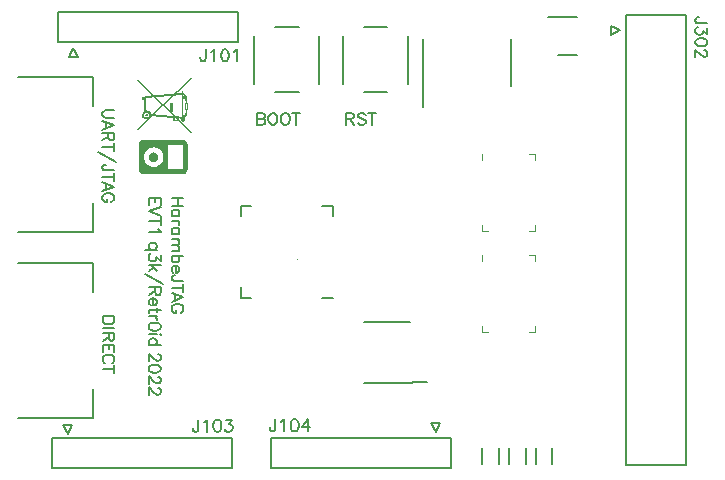
<source format=gto>
%FSLAX46Y46*%
%MOMM*%
%ADD13C,0.000000*%
%ADD14C,0.100000*%
%ADD12C,0.125000*%
%ADD10C,0.150000*%
%ADD11C,0.200000*%
G01*
%LPD*%
G36*
X-55043062Y10415345D02*
X-54977592Y10459488D01*
X-54991104Y10240989D01*
X-55123247Y10217857D01*
X-55273934Y10248298D01*
X-55397060Y10331300D01*
X-55480061Y10454393D01*
X-55510502Y10605112D01*
X-55329184Y10605112D01*
X-55312983Y10524959D01*
X-55268871Y10459488D01*
X-55203401Y10415345D01*
X-55123247Y10399175D01*
X-55043062Y10415345D01*
D02*
G37*
%LPD*%
G36*
X-52397592Y10312155D02*
X-52397624Y10434933D01*
X-52397624Y10488790D01*
X-52849115Y10488790D01*
X-52849115Y10475436D01*
X-52849115Y10352659D01*
X-52748646Y10343641D01*
X-52498092Y10321174D01*
X-52498092Y10143115D01*
X-52397592Y10042647D01*
X-52397592Y10312155D01*
D02*
G37*
%LPD*%
G36*
X-51214152Y13726376D02*
X-53620808Y11436295D01*
X-51183046Y9033975D01*
X-51357529Y9033975D01*
X-53709568Y11351838D01*
X-55869594Y9296427D01*
X-55953987Y9385187D01*
X-53796873Y11437846D01*
X-55970790Y13580214D01*
X-55886397Y13668943D01*
X-53708081Y11522303D01*
X-51391831Y13726376D01*
X-51214152Y13726376D01*
D02*
G37*
%LPD*%
G36*
X-51716146Y11975281D02*
X-51666055Y11608911D01*
X-51726146Y11508443D01*
X-51804369Y11508443D01*
X-51904837Y11608911D01*
X-51788579Y11608911D01*
X-51841677Y11975281D01*
X-51916640Y12204507D01*
X-51973631Y12290040D01*
X-52047297Y12346113D01*
X-52170106Y12445252D01*
X-52170106Y12627836D01*
X-52047297Y12627836D01*
X-52047297Y12473162D01*
X-51960688Y12437500D01*
X-51887212Y12374623D01*
X-51781396Y12204507D01*
X-51692034Y12204507D01*
X-51692034Y11975281D01*
X-51716146Y11975281D01*
D02*
G37*
%LPD*%
G36*
X-55315609Y11890666D02*
X-55192832Y12066415D01*
X-55192832Y10986165D01*
X-55123247Y10992398D01*
X-54981262Y10965565D01*
X-54862884Y10891835D01*
X-54778363Y10781525D01*
X-54737955Y10644856D01*
X-54744758Y10522680D01*
X-54793742Y10401549D01*
X-54878579Y10304909D01*
X-54991104Y10240989D01*
X-54977592Y10459488D01*
X-54933449Y10524959D01*
X-54917247Y10605112D01*
X-54933449Y10685297D01*
X-54977592Y10750768D01*
X-55043062Y10794911D01*
X-55123247Y10811081D01*
X-55203401Y10794911D01*
X-55268871Y10750768D01*
X-55312983Y10685297D01*
X-55329184Y10605112D01*
X-55510502Y10605112D01*
X-55496421Y10708935D01*
X-55456739Y10802094D01*
X-55395193Y10880823D01*
X-55315609Y10941294D01*
X-55315609Y11890666D01*
D02*
G37*
%LPD*%
G36*
X-51625677Y11608911D02*
X-51666055Y11608911D01*
X-51726146Y11508443D01*
X-51726146Y11074893D01*
X-51681212Y10974425D01*
X-51625677Y10974425D01*
X-51625677Y11608911D01*
D02*
G37*
%LPD*%
G36*
X-51841677Y11975281D02*
X-51916640Y12204507D01*
X-52047297Y12204507D01*
X-52047297Y12346113D01*
X-52170106Y12445252D01*
X-52170106Y12322095D01*
X-52170106Y10414491D01*
X-52397624Y10434933D01*
X-52397592Y10312155D01*
X-52180232Y10292631D01*
X-52199851Y10211117D01*
X-52185770Y10141375D01*
X-52147386Y10084448D01*
X-52090459Y10046064D01*
X-52020748Y10031983D01*
X-51951037Y10046064D01*
X-51894110Y10084448D01*
X-51855727Y10141375D01*
X-51841645Y10211117D01*
X-51861676Y10293486D01*
X-51915153Y10355760D01*
X-51812406Y10478031D01*
X-51742632Y10622579D01*
X-51698616Y10795227D01*
X-51681212Y10974425D01*
X-51726146Y11074893D01*
X-51804369Y11074893D01*
X-51804053Y10974425D01*
X-51819558Y10814719D01*
X-51857752Y10663843D01*
X-51931798Y10520022D01*
X-52047297Y10407909D01*
X-52047297Y11975281D01*
X-51841677Y11975281D01*
D02*
G37*
%LPD*%
G36*
X-55216944Y10511415D02*
X-55255771Y10605112D01*
X-55216944Y10698841D01*
X-55123247Y10737667D01*
X-55029519Y10698841D01*
X-54990692Y10605112D01*
X-55029519Y10511415D01*
X-55123247Y10472589D01*
X-55216944Y10511415D01*
D02*
G37*
%LPD*%
G36*
X-55770114Y5996947D02*
X-55357594Y7028636D01*
X-55341218Y7190057D01*
X-55294430Y7344459D01*
X-55218788Y7486385D01*
X-55115853Y7611934D01*
X-54989524Y7715649D01*
X-54847598Y7791291D01*
X-54693976Y7838079D01*
X-54531775Y7853675D01*
X-54370354Y7838079D01*
X-54215952Y7791291D01*
X-54074026Y7715649D01*
X-53948477Y7611934D01*
X-53845542Y7486385D01*
X-53769900Y7344459D01*
X-53723112Y7190057D01*
X-53706736Y7028636D01*
X-53294216Y8060325D01*
X-52055877Y8060325D01*
X-52055877Y5996947D01*
X-51643357Y5996947D01*
X-51643357Y8060325D01*
X-51674550Y8217847D01*
X-51764228Y8351974D01*
X-51898355Y8441653D01*
X-52055877Y8472845D01*
X-55357594Y8472845D01*
X-55515116Y8441653D01*
X-55649243Y8351974D01*
X-55738922Y8217847D01*
X-55770114Y8060325D01*
X-55770114Y5996947D01*
D02*
G37*
%LPD*%
G36*
X-54150448Y7186938D02*
X-54240126Y7320285D01*
X-54374253Y7409963D01*
X-54531775Y7441156D01*
X-54690077Y7409963D01*
X-54823424Y7320285D01*
X-54913102Y7186938D01*
X-54944295Y7028636D01*
X-54913102Y6870335D01*
X-54823424Y6736987D01*
X-54690077Y6647309D01*
X-54531775Y6616116D01*
X-54374253Y6647309D01*
X-54240126Y6736987D01*
X-54150448Y6870335D01*
X-54119255Y7028636D01*
X-54150448Y7186938D01*
D02*
G37*
%LPD*%
G36*
X-54737955Y10644856D02*
X-52849115Y10475436D01*
X-52849115Y10352659D01*
X-54744758Y10522680D01*
X-54737955Y10644856D01*
D02*
G37*
%LPD*%
G36*
X-52170106Y12322095D02*
X-52170106Y12445252D01*
X-55257669Y12184097D01*
X-55294376Y12168402D01*
X-55314185Y12134480D01*
X-55504268Y12134480D01*
X-55504268Y11890666D01*
X-55315609Y11890666D01*
X-55192832Y12066415D01*
X-52170106Y12322095D01*
D02*
G37*
%LPD*%
G36*
X-51804369Y11508443D02*
X-51904837Y11608911D01*
X-51904837Y10974425D01*
X-51804053Y10974425D01*
X-51804369Y11074893D01*
X-51804369Y11508443D01*
D02*
G37*
%LPD*%
G36*
X-52849115Y10352659D02*
X-52748646Y10343641D01*
X-52748646Y10143115D01*
X-52498092Y10143115D01*
X-52397592Y10042647D01*
X-52849115Y10042647D01*
X-52849115Y10352659D01*
D02*
G37*
%LPD*%
G36*
X-55770114Y5996947D02*
X-55357594Y7028636D01*
X-55341218Y6867215D01*
X-55294430Y6712813D01*
X-55218788Y6570887D01*
X-55115853Y6445338D01*
X-54989524Y6341623D01*
X-54847598Y6265981D01*
X-54693976Y6219193D01*
X-54531775Y6203597D01*
X-54370354Y6219193D01*
X-54215952Y6265981D01*
X-54074026Y6341623D01*
X-53948477Y6445338D01*
X-53845542Y6570887D01*
X-53769900Y6712813D01*
X-53723112Y6867215D01*
X-53706736Y7028636D01*
X-53294216Y8060325D01*
X-53294216Y5996947D01*
X-52055877Y5996947D01*
X-51643357Y5996947D01*
X-51674550Y5839425D01*
X-51764228Y5705298D01*
X-51898355Y5615620D01*
X-52055877Y5584427D01*
X-55357594Y5584427D01*
X-55515116Y5615620D01*
X-55649243Y5705298D01*
X-55738922Y5839425D01*
X-55770114Y5996947D01*
D02*
G37*
%LPD*%
G36*
X-52859779Y10811081D02*
X-52859779Y11631378D01*
X-53117706Y11631378D01*
X-53117706Y10811081D01*
X-52859779Y10811081D01*
D02*
G37*
G01*
%LPD*%
D10*
X-8430095Y18372572D02*
X-7668190Y18372572D01*
D10*
X-8572952Y18420190D02*
X-8430095Y18372572D01*
D10*
X-8620571Y18467810D02*
X-8572952Y18420190D01*
D10*
X-8668190Y18563048D02*
X-8620571Y18467810D01*
D10*
X-8668190Y18658286D02*
X-8668190Y18563048D01*
D10*
X-8620571Y18753524D02*
X-8668190Y18658286D01*
D10*
X-8572952Y18801142D02*
X-8620571Y18753524D01*
D10*
X-8430095Y18848762D02*
X-8572952Y18801142D01*
D10*
X-8334857Y18848762D02*
X-8430095Y18848762D01*
D10*
X-7668190Y17420190D02*
X-7668190Y17944000D01*
D10*
X-8049143Y17705904D02*
X-7668190Y17420190D01*
D10*
X-8049143Y17563048D02*
X-8049143Y17705904D01*
D10*
X-8096762Y17467810D02*
X-8049143Y17563048D01*
D10*
X-8144381Y17420190D02*
X-8096762Y17467810D01*
D10*
X-8287238Y17372572D02*
X-8144381Y17420190D01*
D10*
X-8382476Y17372572D02*
X-8287238Y17372572D01*
D10*
X-8525333Y17420190D02*
X-8382476Y17372572D01*
D10*
X-8620571Y17515428D02*
X-8525333Y17420190D01*
D10*
X-8668190Y17658286D02*
X-8620571Y17515428D01*
D10*
X-8668190Y17801142D02*
X-8668190Y17658286D01*
D10*
X-8620571Y17944000D02*
X-8668190Y17801142D01*
D10*
X-8572952Y17991620D02*
X-8620571Y17944000D01*
D10*
X-8477714Y18039238D02*
X-8572952Y17991620D01*
D10*
X-7715809Y16944000D02*
X-7668190Y16801144D01*
D10*
X-7858666Y17039238D02*
X-7715809Y16944000D01*
D10*
X-8096762Y17086858D02*
X-7858666Y17039238D01*
D10*
X-8239619Y17086858D02*
X-8096762Y17086858D01*
D10*
X-8477714Y17039238D02*
X-8239619Y17086858D01*
D10*
X-8620571Y16944000D02*
X-8477714Y17039238D01*
D10*
X-8668190Y16801144D02*
X-8620571Y16944000D01*
D10*
X-8668190Y16705905D02*
X-8668190Y16801144D01*
D10*
X-8620571Y16563048D02*
X-8668190Y16705905D01*
D10*
X-8477714Y16467810D02*
X-8620571Y16563048D01*
D10*
X-8239619Y16420190D02*
X-8477714Y16467810D01*
D10*
X-8096762Y16420190D02*
X-8239619Y16420190D01*
D10*
X-7858666Y16467810D02*
X-8096762Y16420190D01*
D10*
X-7715809Y16563048D02*
X-7858666Y16467810D01*
D10*
X-7668190Y16705905D02*
X-7715809Y16563048D01*
D10*
X-7668190Y16801144D02*
X-7668190Y16705905D01*
D10*
X-7858666Y16086857D02*
X-7906285Y16086857D01*
D10*
X-7763428Y16039238D02*
X-7858666Y16086857D01*
D10*
X-7715809Y15991619D02*
X-7763428Y16039238D01*
D10*
X-7668190Y15896381D02*
X-7715809Y15991619D01*
D10*
X-7668190Y15705905D02*
X-7668190Y15896381D01*
D10*
X-7715809Y15610667D02*
X-7668190Y15705905D01*
D10*
X-7763428Y15563048D02*
X-7715809Y15610667D01*
D10*
X-7858666Y15515428D02*
X-7763428Y15563048D01*
D10*
X-7953905Y15515428D02*
X-7858666Y15515428D01*
D10*
X-8049143Y15563048D02*
X-7953905Y15515428D01*
D10*
X-8192000Y15658286D02*
X-8049143Y15563048D01*
D10*
X-8668190Y16134476D02*
X-8192000Y15658286D01*
D10*
X-8668190Y15467810D02*
X-8668190Y16134476D01*
D10*
X-45761524Y9763810D02*
X-45761524Y10763810D01*
D10*
X-45332952Y10763810D02*
X-45761524Y10763810D01*
D10*
X-45190096Y10716190D02*
X-45332952Y10763810D01*
D10*
X-45142476Y10668571D02*
X-45190096Y10716190D01*
D10*
X-45094856Y10573333D02*
X-45142476Y10668571D01*
D10*
X-45094856Y10478095D02*
X-45094856Y10573333D01*
D10*
X-45142476Y10382857D02*
X-45094856Y10478095D01*
D10*
X-45190096Y10335238D02*
X-45142476Y10382857D01*
D10*
X-45332952Y10287619D02*
X-45190096Y10335238D01*
D10*
X-45332952Y10287619D02*
X-45761524Y10287619D01*
D10*
X-45190096Y10240000D02*
X-45332952Y10287619D01*
D10*
X-45142476Y10192381D02*
X-45190096Y10240000D01*
D10*
X-45094856Y10097143D02*
X-45142476Y10192381D01*
D10*
X-45094856Y9954286D02*
X-45094856Y10097143D01*
D10*
X-45142476Y9859048D02*
X-45094856Y9954286D01*
D10*
X-45190096Y9811429D02*
X-45142476Y9859048D01*
D10*
X-45332952Y9763810D02*
X-45190096Y9811429D01*
D10*
X-45761524Y9763810D02*
X-45332952Y9763810D01*
D10*
X-44618668Y10716190D02*
X-44523428Y10763810D01*
D10*
X-44713904Y10620952D02*
X-44618668Y10716190D01*
D10*
X-44761524Y10525714D02*
X-44713904Y10620952D01*
D10*
X-44809144Y10382857D02*
X-44761524Y10525714D01*
D10*
X-44809144Y10144762D02*
X-44809144Y10382857D01*
D10*
X-44761524Y10001905D02*
X-44809144Y10144762D01*
D10*
X-44713904Y9906667D02*
X-44761524Y10001905D01*
D10*
X-44618668Y9811429D02*
X-44713904Y9906667D01*
D10*
X-44523428Y9763810D02*
X-44618668Y9811429D01*
D10*
X-44332952Y9763810D02*
X-44523428Y9763810D01*
D10*
X-44237716Y9811429D02*
X-44332952Y9763810D01*
D10*
X-44142476Y9906667D02*
X-44237716Y9811429D01*
D10*
X-44094856Y10001905D02*
X-44142476Y9906667D01*
D10*
X-44047240Y10144762D02*
X-44094856Y10001905D01*
D10*
X-44047240Y10382857D02*
X-44047240Y10144762D01*
D10*
X-44094856Y10525714D02*
X-44047240Y10382857D01*
D10*
X-44142476Y10620952D02*
X-44094856Y10525714D01*
D10*
X-44237716Y10716190D02*
X-44142476Y10620952D01*
D10*
X-44332952Y10763810D02*
X-44237716Y10716190D01*
D10*
X-44523428Y10763810D02*
X-44332952Y10763810D01*
D10*
X-43571048Y10716190D02*
X-43475808Y10763810D01*
D10*
X-43666284Y10620952D02*
X-43571048Y10716190D01*
D10*
X-43713904Y10525714D02*
X-43666284Y10620952D01*
D10*
X-43761524Y10382857D02*
X-43713904Y10525714D01*
D10*
X-43761524Y10144762D02*
X-43761524Y10382857D01*
D10*
X-43713904Y10001905D02*
X-43761524Y10144762D01*
D10*
X-43666284Y9906667D02*
X-43713904Y10001905D01*
D10*
X-43571048Y9811429D02*
X-43666284Y9906667D01*
D10*
X-43475808Y9763810D02*
X-43571048Y9811429D01*
D10*
X-43285332Y9763810D02*
X-43475808Y9763810D01*
D10*
X-43190096Y9811429D02*
X-43285332Y9763810D01*
D10*
X-43094856Y9906667D02*
X-43190096Y9811429D01*
D10*
X-43047240Y10001905D02*
X-43094856Y9906667D01*
D10*
X-42999620Y10144762D02*
X-43047240Y10001905D01*
D10*
X-42999620Y10382857D02*
X-42999620Y10144762D01*
D10*
X-43047240Y10525714D02*
X-42999620Y10382857D01*
D10*
X-43094856Y10620952D02*
X-43047240Y10525714D01*
D10*
X-43190096Y10716190D02*
X-43094856Y10620952D01*
D10*
X-43285332Y10763810D02*
X-43190096Y10716190D01*
D10*
X-43475808Y10763810D02*
X-43285332Y10763810D01*
D10*
X-42475808Y9763810D02*
X-42475808Y10763810D01*
D10*
X-42142476Y10763810D02*
X-42809144Y10763810D01*
D10*
X-50116572Y15377905D02*
X-50116572Y16139810D01*
D10*
X-50164192Y15235048D02*
X-50116572Y15377905D01*
D10*
X-50211808Y15187429D02*
X-50164192Y15235048D01*
D10*
X-50307048Y15139810D02*
X-50211808Y15187429D01*
D10*
X-50402284Y15139810D02*
X-50307048Y15139810D01*
D10*
X-50497524Y15187429D02*
X-50402284Y15139810D01*
D10*
X-50545144Y15235048D02*
X-50497524Y15187429D01*
D10*
X-50592760Y15377905D02*
X-50545144Y15235048D01*
D10*
X-50592760Y15473143D02*
X-50592760Y15377905D01*
D10*
X-49545144Y15996952D02*
X-49640380Y15949333D01*
D10*
X-49402284Y16139810D02*
X-49545144Y15996952D01*
D10*
X-49402284Y15139810D02*
X-49402284Y16139810D01*
D10*
X-48688000Y16092190D02*
X-48545144Y16139810D01*
D10*
X-48783240Y15949333D02*
X-48688000Y16092190D01*
D10*
X-48830856Y15711238D02*
X-48783240Y15949333D01*
D10*
X-48830856Y15568381D02*
X-48830856Y15711238D01*
D10*
X-48783240Y15330286D02*
X-48830856Y15568381D01*
D10*
X-48688000Y15187429D02*
X-48783240Y15330286D01*
D10*
X-48545144Y15139810D02*
X-48688000Y15187429D01*
D10*
X-48449904Y15139810D02*
X-48545144Y15139810D01*
D10*
X-48307048Y15187429D02*
X-48449904Y15139810D01*
D10*
X-48211808Y15330286D02*
X-48307048Y15187429D01*
D10*
X-48164192Y15568381D02*
X-48211808Y15330286D01*
D10*
X-48164192Y15711238D02*
X-48164192Y15568381D01*
D10*
X-48211808Y15949333D02*
X-48164192Y15711238D01*
D10*
X-48307048Y16092190D02*
X-48211808Y15949333D01*
D10*
X-48449904Y16139810D02*
X-48307048Y16092190D01*
D10*
X-48545144Y16139810D02*
X-48449904Y16139810D01*
D10*
X-47640380Y15996952D02*
X-47735620Y15949333D01*
D10*
X-47497524Y16139810D02*
X-47640380Y15996952D01*
D10*
X-47497524Y15139810D02*
X-47497524Y16139810D01*
D10*
X-38209524Y9763810D02*
X-38209524Y10763810D01*
D10*
X-37780952Y10763810D02*
X-38209524Y10763810D01*
D10*
X-37638096Y10716190D02*
X-37780952Y10763810D01*
D10*
X-37590476Y10668571D02*
X-37638096Y10716190D01*
D10*
X-37542856Y10573333D02*
X-37590476Y10668571D01*
D10*
X-37542856Y10478095D02*
X-37542856Y10573333D01*
D10*
X-37590476Y10382857D02*
X-37542856Y10478095D01*
D10*
X-37638096Y10335238D02*
X-37590476Y10382857D01*
D10*
X-37780952Y10287619D02*
X-37638096Y10335238D01*
D10*
X-38209524Y10287619D02*
X-37780952Y10287619D01*
D10*
X-37542856Y9763810D02*
X-37876192Y10287619D01*
D10*
X-36685716Y10716190D02*
X-36590476Y10620952D01*
D10*
X-36828572Y10763810D02*
X-36685716Y10716190D01*
D10*
X-37019048Y10763810D02*
X-36828572Y10763810D01*
D10*
X-37161904Y10716190D02*
X-37019048Y10763810D01*
D10*
X-37257144Y10620952D02*
X-37161904Y10716190D01*
D10*
X-37257144Y10525714D02*
X-37257144Y10620952D01*
D10*
X-37209524Y10430476D02*
X-37257144Y10525714D01*
D10*
X-37161904Y10382857D02*
X-37209524Y10430476D01*
D10*
X-37066668Y10335238D02*
X-37161904Y10382857D01*
D10*
X-36780952Y10240000D02*
X-37066668Y10335238D01*
D10*
X-36685716Y10192381D02*
X-36780952Y10240000D01*
D10*
X-36638096Y10144762D02*
X-36685716Y10192381D01*
D10*
X-36590476Y10049524D02*
X-36638096Y10144762D01*
D10*
X-36590476Y9906667D02*
X-36590476Y10049524D01*
D10*
X-36685716Y9811429D02*
X-36590476Y9906667D01*
D10*
X-36828572Y9763810D02*
X-36685716Y9811429D01*
D10*
X-37019048Y9763810D02*
X-36828572Y9763810D01*
D10*
X-37161904Y9811429D02*
X-37019048Y9763810D01*
D10*
X-37257144Y9906667D02*
X-37161904Y9811429D01*
D10*
X-36066668Y9763810D02*
X-36066668Y10763810D01*
D10*
X-35733332Y10763810D02*
X-36400000Y10763810D01*
D10*
X-58844192Y-6462476D02*
X-57844192Y-6462476D01*
D10*
X-57844192Y-6795809D02*
X-57844192Y-6462476D01*
D10*
X-57891808Y-6938666D02*
X-57844192Y-6795809D01*
D10*
X-57987048Y-7033905D02*
X-57891808Y-6938666D01*
D10*
X-58082284Y-7081524D02*
X-57987048Y-7033905D01*
D10*
X-58225144Y-7129143D02*
X-58082284Y-7081524D01*
D10*
X-58463240Y-7129143D02*
X-58225144Y-7129143D01*
D10*
X-58606096Y-7081524D02*
X-58463240Y-7129143D01*
D10*
X-58701332Y-7033905D02*
X-58606096Y-7081524D01*
D10*
X-58796572Y-6938666D02*
X-58701332Y-7033905D01*
D10*
X-58844192Y-6795809D02*
X-58796572Y-6938666D01*
D10*
X-58844192Y-6462476D02*
X-58844192Y-6795809D01*
D10*
X-58844192Y-7462476D02*
X-57844192Y-7462476D01*
D10*
X-58844192Y-7843428D02*
X-57844192Y-7843428D01*
D10*
X-57844192Y-8272000D02*
X-57844192Y-7843428D01*
D10*
X-57891808Y-8414857D02*
X-57844192Y-8272000D01*
D10*
X-57939428Y-8462476D02*
X-57891808Y-8414857D01*
D10*
X-58034668Y-8510095D02*
X-57939428Y-8462476D01*
D10*
X-58129904Y-8510095D02*
X-58034668Y-8510095D01*
D10*
X-58225144Y-8462476D02*
X-58129904Y-8510095D01*
D10*
X-58272760Y-8414857D02*
X-58225144Y-8462476D01*
D10*
X-58320380Y-8272000D02*
X-58272760Y-8414857D01*
D10*
X-58320380Y-7843428D02*
X-58320380Y-8272000D01*
D10*
X-58844192Y-8510095D02*
X-58320380Y-8176762D01*
D10*
X-58844192Y-8843428D02*
X-57844192Y-8843428D01*
D10*
X-57844192Y-9462476D02*
X-57844192Y-8843428D01*
D10*
X-58320380Y-9224381D02*
X-58320380Y-8843428D01*
D10*
X-58844192Y-9462476D02*
X-58844192Y-8843428D01*
D10*
X-57987048Y-10367238D02*
X-58082284Y-10414857D01*
D10*
X-57891808Y-10272000D02*
X-57987048Y-10367238D01*
D10*
X-57844192Y-10176762D02*
X-57891808Y-10272000D01*
D10*
X-57844192Y-9986286D02*
X-57844192Y-10176762D01*
D10*
X-57891808Y-9891048D02*
X-57844192Y-9986286D01*
D10*
X-57987048Y-9795810D02*
X-57891808Y-9891048D01*
D10*
X-58082284Y-9748190D02*
X-57987048Y-9795810D01*
D10*
X-58225144Y-9700572D02*
X-58082284Y-9748190D01*
D10*
X-58463240Y-9700572D02*
X-58225144Y-9700572D01*
D10*
X-58606096Y-9748190D02*
X-58463240Y-9700572D01*
D10*
X-58701332Y-9795810D02*
X-58606096Y-9748190D01*
D10*
X-58796572Y-9891048D02*
X-58701332Y-9795810D01*
D10*
X-58844192Y-9986286D02*
X-58796572Y-9891048D01*
D10*
X-58844192Y-10176762D02*
X-58844192Y-9986286D01*
D10*
X-58796572Y-10272000D02*
X-58844192Y-10176762D01*
D10*
X-58701332Y-10367238D02*
X-58796572Y-10272000D01*
D10*
X-58606096Y-10414857D02*
X-58701332Y-10367238D01*
D10*
X-58844192Y-10938666D02*
X-57844192Y-10938666D01*
D10*
X-57844192Y-11272000D02*
X-57844192Y-10605334D01*
D10*
X-50756572Y-15982095D02*
X-50756572Y-15220190D01*
D10*
X-50804192Y-16124952D02*
X-50756572Y-15982095D01*
D10*
X-50851808Y-16172571D02*
X-50804192Y-16124952D01*
D10*
X-50947048Y-16220190D02*
X-50851808Y-16172571D01*
D10*
X-51042284Y-16220190D02*
X-50947048Y-16220190D01*
D10*
X-51137524Y-16172571D02*
X-51042284Y-16220190D01*
D10*
X-51185144Y-16124952D02*
X-51137524Y-16172571D01*
D10*
X-51232760Y-15982095D02*
X-51185144Y-16124952D01*
D10*
X-51232760Y-15886857D02*
X-51232760Y-15982095D01*
D10*
X-50185144Y-15363048D02*
X-50280380Y-15410667D01*
D10*
X-50042284Y-15220190D02*
X-50185144Y-15363048D01*
D10*
X-50042284Y-16220190D02*
X-50042284Y-15220190D01*
D10*
X-49328000Y-15267810D02*
X-49185144Y-15220190D01*
D10*
X-49423240Y-15410667D02*
X-49328000Y-15267810D01*
D10*
X-49470856Y-15648762D02*
X-49423240Y-15410667D01*
D10*
X-49470856Y-15791619D02*
X-49470856Y-15648762D01*
D10*
X-49423240Y-16029714D02*
X-49470856Y-15791619D01*
D10*
X-49328000Y-16172571D02*
X-49423240Y-16029714D01*
D10*
X-49185144Y-16220190D02*
X-49328000Y-16172571D01*
D10*
X-49089904Y-16220190D02*
X-49185144Y-16220190D01*
D10*
X-48947048Y-16172571D02*
X-49089904Y-16220190D01*
D10*
X-48851808Y-16029714D02*
X-48947048Y-16172571D01*
D10*
X-48804192Y-15791619D02*
X-48851808Y-16029714D01*
D10*
X-48804192Y-15648762D02*
X-48804192Y-15791619D01*
D10*
X-48851808Y-15410667D02*
X-48804192Y-15648762D01*
D10*
X-48947048Y-15267810D02*
X-48851808Y-15410667D01*
D10*
X-49089904Y-15220190D02*
X-48947048Y-15267810D01*
D10*
X-49185144Y-15220190D02*
X-49089904Y-15220190D01*
D10*
X-47899428Y-15220190D02*
X-48423240Y-15220190D01*
D10*
X-48185144Y-15601143D02*
X-47899428Y-15220190D01*
D10*
X-48042284Y-15601143D02*
X-48185144Y-15601143D01*
D10*
X-47947048Y-15648762D02*
X-48042284Y-15601143D01*
D10*
X-47899428Y-15696381D02*
X-47947048Y-15648762D01*
D10*
X-47851808Y-15839238D02*
X-47899428Y-15696381D01*
D10*
X-47851808Y-15934476D02*
X-47851808Y-15839238D01*
D10*
X-47899428Y-16077333D02*
X-47851808Y-15934476D01*
D10*
X-47994668Y-16172571D02*
X-47899428Y-16077333D01*
D10*
X-48137524Y-16220190D02*
X-47994668Y-16172571D01*
D10*
X-48280380Y-16220190D02*
X-48137524Y-16220190D01*
D10*
X-48423240Y-16172571D02*
X-48280380Y-16220190D01*
D10*
X-48470856Y-16124952D02*
X-48423240Y-16172571D01*
D10*
X-48518476Y-16029714D02*
X-48470856Y-16124952D01*
D10*
X-58590476Y11007524D02*
X-57876192Y11007524D01*
D10*
X-58733332Y10959905D02*
X-58590476Y11007524D01*
D10*
X-58828572Y10864667D02*
X-58733332Y10959905D01*
D10*
X-58876192Y10721810D02*
X-58828572Y10864667D01*
D10*
X-58876192Y10626571D02*
X-58876192Y10721810D01*
D10*
X-58828572Y10483714D02*
X-58876192Y10626571D01*
D10*
X-58733332Y10388476D02*
X-58828572Y10483714D01*
D10*
X-58590476Y10340857D02*
X-58733332Y10388476D01*
D10*
X-57876192Y10340857D02*
X-58590476Y10340857D01*
D10*
X-58876192Y10102762D02*
X-57876192Y9721810D01*
D10*
X-58876192Y9340857D02*
X-57876192Y9721810D01*
D10*
X-58542856Y9483714D02*
X-58542856Y9959905D01*
D10*
X-58876192Y9102762D02*
X-57876192Y9102762D01*
D10*
X-57876192Y8674190D02*
X-57876192Y9102762D01*
D10*
X-57923808Y8531334D02*
X-57876192Y8674190D01*
D10*
X-57971428Y8483714D02*
X-57923808Y8531334D01*
D10*
X-58066668Y8436095D02*
X-57971428Y8483714D01*
D10*
X-58161904Y8436095D02*
X-58066668Y8436095D01*
D10*
X-58257144Y8483714D02*
X-58161904Y8436095D01*
D10*
X-58304760Y8531334D02*
X-58257144Y8483714D01*
D10*
X-58352380Y8674190D02*
X-58304760Y8531334D01*
D10*
X-58352380Y9102762D02*
X-58352380Y8674190D01*
D10*
X-58876192Y8436095D02*
X-58352380Y8769428D01*
D10*
X-58876192Y7912286D02*
X-57876192Y7912286D01*
D10*
X-57876192Y7578952D02*
X-57876192Y8245619D01*
D10*
X-59209524Y7436095D02*
X-57685716Y6578952D01*
D10*
X-58638096Y5912286D02*
X-57876192Y5912286D01*
D10*
X-58780952Y5959905D02*
X-58638096Y5912286D01*
D10*
X-58828572Y6007524D02*
X-58780952Y5959905D01*
D10*
X-58876192Y6102762D02*
X-58828572Y6007524D01*
D10*
X-58876192Y6198000D02*
X-58876192Y6102762D01*
D10*
X-58828572Y6293238D02*
X-58876192Y6198000D01*
D10*
X-58780952Y6340857D02*
X-58828572Y6293238D01*
D10*
X-58638096Y6388476D02*
X-58780952Y6340857D01*
D10*
X-58542856Y6388476D02*
X-58638096Y6388476D01*
D10*
X-58876192Y5340857D02*
X-57876192Y5340857D01*
D10*
X-57876192Y5007524D02*
X-57876192Y5674190D01*
D10*
X-58876192Y4912286D02*
X-57876192Y4531333D01*
D10*
X-58876192Y4150381D02*
X-57876192Y4531333D01*
D10*
X-58542856Y4293238D02*
X-58542856Y4769428D01*
D10*
X-58019048Y3293238D02*
X-58114284Y3245619D01*
D10*
X-57923808Y3388476D02*
X-58019048Y3293238D01*
D10*
X-57876192Y3483714D02*
X-57923808Y3388476D01*
D10*
X-57876192Y3674190D02*
X-57876192Y3483714D01*
D10*
X-57923808Y3769428D02*
X-57876192Y3674190D01*
D10*
X-58019048Y3864667D02*
X-57923808Y3769428D01*
D10*
X-58114284Y3912286D02*
X-58019048Y3864667D01*
D10*
X-58257144Y3959905D02*
X-58114284Y3912286D01*
D10*
X-58495240Y3959905D02*
X-58257144Y3959905D01*
D10*
X-58638096Y3912286D02*
X-58495240Y3959905D01*
D10*
X-58733332Y3864667D02*
X-58638096Y3912286D01*
D10*
X-58828572Y3769428D02*
X-58733332Y3864667D01*
D10*
X-58876192Y3674190D02*
X-58828572Y3769428D01*
D10*
X-58876192Y3483714D02*
X-58876192Y3674190D01*
D10*
X-58828572Y3388476D02*
X-58876192Y3483714D01*
D10*
X-58733332Y3293238D02*
X-58828572Y3388476D01*
D10*
X-58638096Y3245619D02*
X-58733332Y3293238D01*
D10*
X-58495240Y3245619D02*
X-58638096Y3245619D01*
D10*
X-58495240Y3245619D02*
X-58495240Y3483714D01*
D10*
X-44213620Y-15944095D02*
X-44213620Y-15182190D01*
D10*
X-44261240Y-16086952D02*
X-44213620Y-15944095D01*
D10*
X-44308856Y-16134571D02*
X-44261240Y-16086952D01*
D10*
X-44404096Y-16182190D02*
X-44308856Y-16134571D01*
D10*
X-44499332Y-16182190D02*
X-44404096Y-16182190D01*
D10*
X-44594572Y-16134571D02*
X-44499332Y-16182190D01*
D10*
X-44642192Y-16086952D02*
X-44594572Y-16134571D01*
D10*
X-44689808Y-15944095D02*
X-44642192Y-16086952D01*
D10*
X-44689808Y-15848857D02*
X-44689808Y-15944095D01*
D10*
X-43642192Y-15325048D02*
X-43737428Y-15372667D01*
D10*
X-43499332Y-15182190D02*
X-43642192Y-15325048D01*
D10*
X-43499332Y-16182190D02*
X-43499332Y-15182190D01*
D10*
X-42785048Y-15229810D02*
X-42642192Y-15182190D01*
D10*
X-42880284Y-15372667D02*
X-42785048Y-15229810D01*
D10*
X-42927904Y-15610762D02*
X-42880284Y-15372667D01*
D10*
X-42927904Y-15753619D02*
X-42927904Y-15610762D01*
D10*
X-42880284Y-15991714D02*
X-42927904Y-15753619D01*
D10*
X-42785048Y-16134571D02*
X-42880284Y-15991714D01*
D10*
X-42642192Y-16182190D02*
X-42785048Y-16134571D01*
D10*
X-42546952Y-16182190D02*
X-42642192Y-16182190D01*
D10*
X-42404096Y-16134571D02*
X-42546952Y-16182190D01*
D10*
X-42308856Y-15991714D02*
X-42404096Y-16134571D01*
D10*
X-42261240Y-15753619D02*
X-42308856Y-15991714D01*
D10*
X-42261240Y-15610762D02*
X-42261240Y-15753619D01*
D10*
X-42308856Y-15372667D02*
X-42261240Y-15610762D01*
D10*
X-42404096Y-15229810D02*
X-42308856Y-15372667D01*
D10*
X-42546952Y-15182190D02*
X-42404096Y-15229810D01*
D10*
X-42642192Y-15182190D02*
X-42546952Y-15182190D01*
D10*
X-41975524Y-15848857D02*
X-41499332Y-15182190D01*
D10*
X-41261240Y-15848857D02*
X-41975524Y-15848857D01*
D10*
X-41499332Y-16182190D02*
X-41499332Y-15182190D01*
D11*
X-53016376Y3580677D02*
X-52016376Y3580677D01*
D11*
X-53016376Y2914011D02*
X-52016376Y2914011D01*
D11*
X-52492564Y2914011D02*
X-52492564Y3580677D01*
D11*
X-53016376Y2009249D02*
X-52349708Y2009249D01*
D11*
X-52397328Y2104487D02*
X-52492564Y2009249D01*
D11*
X-52349708Y2199725D02*
X-52397328Y2104487D01*
D11*
X-52349708Y2342582D02*
X-52349708Y2199725D01*
D11*
X-52397328Y2437820D02*
X-52349708Y2342582D01*
D11*
X-52492564Y2533058D02*
X-52397328Y2437820D01*
D11*
X-52635424Y2580678D02*
X-52492564Y2533058D01*
D11*
X-52730660Y2580678D02*
X-52635424Y2580678D01*
D11*
X-52873516Y2533058D02*
X-52730660Y2580678D01*
D11*
X-52968756Y2437820D02*
X-52873516Y2533058D01*
D11*
X-53016376Y2342582D02*
X-52968756Y2437820D01*
D11*
X-53016376Y2199725D02*
X-53016376Y2342582D01*
D11*
X-52968756Y2104487D02*
X-53016376Y2199725D01*
D11*
X-52873516Y2009249D02*
X-52968756Y2104487D01*
D11*
X-53016376Y1628297D02*
X-52349708Y1628297D01*
D11*
X-52492564Y1580677D02*
X-52635424Y1628297D01*
D11*
X-52397328Y1485439D02*
X-52492564Y1580677D01*
D11*
X-52349708Y1390201D02*
X-52397328Y1485439D01*
D11*
X-52349708Y1247344D02*
X-52349708Y1390201D01*
D11*
X-53016376Y485439D02*
X-52349708Y485439D01*
D11*
X-52397328Y580677D02*
X-52492564Y485439D01*
D11*
X-52349708Y675916D02*
X-52397328Y580677D01*
D11*
X-52349708Y818773D02*
X-52349708Y675916D01*
D11*
X-52397328Y914011D02*
X-52349708Y818773D01*
D11*
X-52492564Y1009249D02*
X-52397328Y914011D01*
D11*
X-52635424Y1056868D02*
X-52492564Y1009249D01*
D11*
X-52730660Y1056868D02*
X-52635424Y1056868D01*
D11*
X-52873516Y1009249D02*
X-52730660Y1056868D01*
D11*
X-52968756Y914011D02*
X-52873516Y1009249D01*
D11*
X-53016376Y818773D02*
X-52968756Y914011D01*
D11*
X-53016376Y675916D02*
X-53016376Y818773D01*
D11*
X-52968756Y580677D02*
X-53016376Y675916D01*
D11*
X-52873516Y485439D02*
X-52968756Y580677D01*
D11*
X-53016376Y104487D02*
X-52349708Y104487D01*
D11*
X-52397328Y-38369D02*
X-52540184Y104487D01*
D11*
X-52349708Y-133607D02*
X-52397328Y-38369D01*
D11*
X-52349708Y-276465D02*
X-52349708Y-133607D01*
D11*
X-52397328Y-371703D02*
X-52349708Y-276465D01*
D11*
X-52540184Y-419322D02*
X-52397328Y-371703D01*
D11*
X-53016376Y-419322D02*
X-52540184Y-419322D01*
D11*
X-52397328Y-562179D02*
X-52540184Y-419322D01*
D11*
X-52349708Y-657417D02*
X-52397328Y-562179D01*
D11*
X-52349708Y-800274D02*
X-52349708Y-657417D01*
D11*
X-52397328Y-895512D02*
X-52349708Y-800274D01*
D11*
X-52540184Y-943131D02*
X-52397328Y-895512D01*
D11*
X-53016376Y-943131D02*
X-52540184Y-943131D01*
D11*
X-53016376Y-1324084D02*
X-52016376Y-1324084D01*
D11*
X-52397328Y-1419322D02*
X-52492564Y-1324084D01*
D11*
X-52349708Y-1514560D02*
X-52397328Y-1419322D01*
D11*
X-52349708Y-1657417D02*
X-52349708Y-1514560D01*
D11*
X-52397328Y-1752655D02*
X-52349708Y-1657417D01*
D11*
X-52492564Y-1847893D02*
X-52397328Y-1752655D01*
D11*
X-52635424Y-1895512D02*
X-52492564Y-1847893D01*
D11*
X-52730660Y-1895512D02*
X-52635424Y-1895512D01*
D11*
X-52873516Y-1847893D02*
X-52730660Y-1895512D01*
D11*
X-52968756Y-1752655D02*
X-52873516Y-1847893D01*
D11*
X-53016376Y-1657417D02*
X-52968756Y-1752655D01*
D11*
X-53016376Y-1514560D02*
X-53016376Y-1657417D01*
D11*
X-52968756Y-1419322D02*
X-53016376Y-1514560D01*
D11*
X-52873516Y-1324084D02*
X-52968756Y-1419322D01*
D11*
X-52635424Y-2752655D02*
X-52635424Y-2181227D01*
D11*
X-52540184Y-2752655D02*
X-52635424Y-2752655D01*
D11*
X-52444944Y-2705036D02*
X-52540184Y-2752655D01*
D11*
X-52397328Y-2657417D02*
X-52444944Y-2705036D01*
D11*
X-52349708Y-2562179D02*
X-52397328Y-2657417D01*
D11*
X-52349708Y-2419322D02*
X-52349708Y-2562179D01*
D11*
X-52397328Y-2324084D02*
X-52349708Y-2419322D01*
D11*
X-52492564Y-2228846D02*
X-52397328Y-2324084D01*
D11*
X-52635424Y-2181227D02*
X-52492564Y-2228846D01*
D11*
X-52730660Y-2181227D02*
X-52635424Y-2181227D01*
D11*
X-52873516Y-2228846D02*
X-52730660Y-2181227D01*
D11*
X-52968756Y-2324084D02*
X-52873516Y-2228846D01*
D11*
X-53016376Y-2419322D02*
X-52968756Y-2324084D01*
D11*
X-53016376Y-2562179D02*
X-53016376Y-2419322D01*
D11*
X-52968756Y-2657417D02*
X-53016376Y-2562179D01*
D11*
X-52873516Y-2752655D02*
X-52968756Y-2657417D01*
D11*
X-52778280Y-3466941D02*
X-52016376Y-3466941D01*
D11*
X-52921136Y-3419322D02*
X-52778280Y-3466941D01*
D11*
X-52968756Y-3371703D02*
X-52921136Y-3419322D01*
D11*
X-53016376Y-3276465D02*
X-52968756Y-3371703D01*
D11*
X-53016376Y-3181227D02*
X-53016376Y-3276465D01*
D11*
X-52968756Y-3085989D02*
X-53016376Y-3181227D01*
D11*
X-52921136Y-3038369D02*
X-52968756Y-3085989D01*
D11*
X-52778280Y-2990750D02*
X-52921136Y-3038369D01*
D11*
X-52683040Y-2990750D02*
X-52778280Y-2990750D01*
D11*
X-53016376Y-4038369D02*
X-52016376Y-4038369D01*
D11*
X-52016376Y-4371703D02*
X-52016376Y-3705036D01*
D11*
X-53016376Y-4466941D02*
X-52016376Y-4847893D01*
D11*
X-53016376Y-5228846D02*
X-52016376Y-4847893D01*
D11*
X-52683040Y-5085989D02*
X-52683040Y-4609798D01*
D11*
X-52159232Y-6085989D02*
X-52254468Y-6133608D01*
D11*
X-52063992Y-5990751D02*
X-52159232Y-6085989D01*
D11*
X-52016376Y-5895513D02*
X-52063992Y-5990751D01*
D11*
X-52016376Y-5705036D02*
X-52016376Y-5895513D01*
D11*
X-52063992Y-5609798D02*
X-52016376Y-5705036D01*
D11*
X-52159232Y-5514560D02*
X-52063992Y-5609798D01*
D11*
X-52254468Y-5466941D02*
X-52159232Y-5514560D01*
D11*
X-52397328Y-5419322D02*
X-52254468Y-5466941D01*
D11*
X-52635424Y-5419322D02*
X-52397328Y-5419322D01*
D11*
X-52778280Y-5466941D02*
X-52635424Y-5419322D01*
D11*
X-52873516Y-5514560D02*
X-52778280Y-5466941D01*
D11*
X-52968756Y-5609798D02*
X-52873516Y-5514560D01*
D11*
X-53016376Y-5705036D02*
X-52968756Y-5609798D01*
D11*
X-53016376Y-5895513D02*
X-53016376Y-5705036D01*
D11*
X-52968756Y-5990751D02*
X-53016376Y-5895513D01*
D11*
X-52873516Y-6085989D02*
X-52968756Y-5990751D01*
D11*
X-52778280Y-6133608D02*
X-52873516Y-6085989D01*
D11*
X-52635424Y-6133608D02*
X-52778280Y-6133608D01*
D11*
X-52635424Y-6133608D02*
X-52635424Y-5895513D01*
D11*
X-54936376Y3580677D02*
X-53936376Y3580677D01*
D11*
X-53936376Y2961630D02*
X-53936376Y3580677D01*
D11*
X-54412564Y3199725D02*
X-54412564Y3580677D01*
D11*
X-54936376Y2961630D02*
X-54936376Y3580677D01*
D11*
X-54936376Y2437820D02*
X-53936376Y2818773D01*
D11*
X-54936376Y2437820D02*
X-53936376Y2056868D01*
D11*
X-54936376Y1628297D02*
X-53936376Y1628297D01*
D11*
X-53936376Y1294963D02*
X-53936376Y1961630D01*
D11*
X-54079232Y866392D02*
X-54126852Y961630D01*
D11*
X-53936376Y723535D02*
X-54079232Y866392D01*
D11*
X-54936376Y723535D02*
X-53936376Y723535D01*
D11*
X-55269708Y-800274D02*
X-54269708Y-800274D01*
D11*
X-54317328Y-705036D02*
X-54412564Y-800274D01*
D11*
X-54269708Y-609798D02*
X-54317328Y-705036D01*
D11*
X-54269708Y-466941D02*
X-54269708Y-609798D01*
D11*
X-54317328Y-371703D02*
X-54269708Y-466941D01*
D11*
X-54412564Y-276465D02*
X-54317328Y-371703D01*
D11*
X-54555424Y-228846D02*
X-54412564Y-276465D01*
D11*
X-54650660Y-228846D02*
X-54555424Y-228846D01*
D11*
X-54793516Y-276465D02*
X-54650660Y-228846D01*
D11*
X-54888756Y-371703D02*
X-54793516Y-276465D01*
D11*
X-54936376Y-466941D02*
X-54888756Y-371703D01*
D11*
X-54936376Y-609798D02*
X-54936376Y-466941D01*
D11*
X-54888756Y-705036D02*
X-54936376Y-609798D01*
D11*
X-54793516Y-800274D02*
X-54888756Y-705036D01*
D11*
X-53936376Y-1752655D02*
X-53936376Y-1228846D01*
D11*
X-54317328Y-1466941D02*
X-53936376Y-1752655D01*
D11*
X-54317328Y-1609798D02*
X-54317328Y-1466941D01*
D11*
X-54364944Y-1705036D02*
X-54317328Y-1609798D01*
D11*
X-54412564Y-1752655D02*
X-54364944Y-1705036D01*
D11*
X-54555424Y-1800274D02*
X-54412564Y-1752655D01*
D11*
X-54650660Y-1800274D02*
X-54555424Y-1800274D01*
D11*
X-54793516Y-1752655D02*
X-54650660Y-1800274D01*
D11*
X-54888756Y-1657417D02*
X-54793516Y-1752655D01*
D11*
X-54936376Y-1514560D02*
X-54888756Y-1657417D01*
D11*
X-54936376Y-1371703D02*
X-54936376Y-1514560D01*
D11*
X-54888756Y-1228846D02*
X-54936376Y-1371703D01*
D11*
X-54841136Y-1181227D02*
X-54888756Y-1228846D01*
D11*
X-54745900Y-1133608D02*
X-54841136Y-1181227D01*
D11*
X-54936376Y-2133608D02*
X-53936376Y-2133608D01*
D11*
X-54745900Y-2133608D02*
X-54269708Y-2609798D01*
D11*
X-54936376Y-2657417D02*
X-54555424Y-2324084D01*
D11*
X-55269708Y-2847893D02*
X-53745900Y-3705036D01*
D11*
X-54936376Y-3990750D02*
X-53936376Y-3990750D01*
D11*
X-53936376Y-4419322D02*
X-53936376Y-3990750D01*
D11*
X-53983992Y-4562179D02*
X-53936376Y-4419322D01*
D11*
X-54031612Y-4609798D02*
X-53983992Y-4562179D01*
D11*
X-54126852Y-4657417D02*
X-54031612Y-4609798D01*
D11*
X-54222088Y-4657417D02*
X-54126852Y-4657417D01*
D11*
X-54317328Y-4609798D02*
X-54222088Y-4657417D01*
D11*
X-54364944Y-4562179D02*
X-54317328Y-4609798D01*
D11*
X-54412564Y-4419322D02*
X-54364944Y-4562179D01*
D11*
X-54412564Y-3990750D02*
X-54412564Y-4419322D01*
D11*
X-54936376Y-4657417D02*
X-54412564Y-4324084D01*
D11*
X-54555424Y-5514560D02*
X-54555424Y-4943132D01*
D11*
X-54460184Y-5514560D02*
X-54555424Y-5514560D01*
D11*
X-54364944Y-5466941D02*
X-54460184Y-5514560D01*
D11*
X-54317328Y-5419322D02*
X-54364944Y-5466941D01*
D11*
X-54269708Y-5324084D02*
X-54317328Y-5419322D01*
D11*
X-54269708Y-5181227D02*
X-54269708Y-5324084D01*
D11*
X-54317328Y-5085989D02*
X-54269708Y-5181227D01*
D11*
X-54412564Y-4990751D02*
X-54317328Y-5085989D01*
D11*
X-54555424Y-4943132D02*
X-54412564Y-4990751D01*
D11*
X-54650660Y-4943132D02*
X-54555424Y-4943132D01*
D11*
X-54793516Y-4990751D02*
X-54650660Y-4943132D01*
D11*
X-54888756Y-5085989D02*
X-54793516Y-4990751D01*
D11*
X-54936376Y-5181227D02*
X-54888756Y-5085989D01*
D11*
X-54936376Y-5324084D02*
X-54936376Y-5181227D01*
D11*
X-54888756Y-5419322D02*
X-54936376Y-5324084D01*
D11*
X-54793516Y-5514560D02*
X-54888756Y-5419322D01*
D11*
X-54745900Y-5895513D02*
X-53936376Y-5895513D01*
D11*
X-54888756Y-5943132D02*
X-54745900Y-5895513D01*
D11*
X-54936376Y-6038370D02*
X-54888756Y-5943132D01*
D11*
X-54936376Y-6133608D02*
X-54936376Y-6038370D01*
D11*
X-54269708Y-6085989D02*
X-54269708Y-5752655D01*
D11*
X-54936376Y-6419322D02*
X-54269708Y-6419322D01*
D11*
X-54412564Y-6466941D02*
X-54555424Y-6419322D01*
D11*
X-54317328Y-6562179D02*
X-54412564Y-6466941D01*
D11*
X-54269708Y-6657417D02*
X-54317328Y-6562179D01*
D11*
X-54269708Y-6800274D02*
X-54269708Y-6657417D01*
D11*
X-53983992Y-7133608D02*
X-53936376Y-7276465D01*
D11*
X-54126852Y-7038370D02*
X-53983992Y-7133608D01*
D11*
X-54364944Y-6990751D02*
X-54126852Y-7038370D01*
D11*
X-54507804Y-6990751D02*
X-54364944Y-6990751D01*
D11*
X-54745900Y-7038370D02*
X-54507804Y-6990751D01*
D11*
X-54888756Y-7133608D02*
X-54745900Y-7038370D01*
D11*
X-54936376Y-7276465D02*
X-54888756Y-7133608D01*
D11*
X-54936376Y-7371703D02*
X-54936376Y-7276465D01*
D11*
X-54888756Y-7514560D02*
X-54936376Y-7371703D01*
D11*
X-54745900Y-7609798D02*
X-54888756Y-7514560D01*
D11*
X-54507804Y-7657417D02*
X-54745900Y-7609798D01*
D11*
X-54364944Y-7657417D02*
X-54507804Y-7657417D01*
D11*
X-54126852Y-7609798D02*
X-54364944Y-7657417D01*
D11*
X-53983992Y-7514560D02*
X-54126852Y-7609798D01*
D11*
X-53936376Y-7371703D02*
X-53983992Y-7514560D01*
D11*
X-53936376Y-7276465D02*
X-53936376Y-7371703D01*
D11*
X-53983992Y-7990751D02*
X-53936376Y-7943132D01*
D11*
X-53936376Y-8038370D02*
X-53983992Y-7990751D01*
D11*
X-53888756Y-7990751D02*
X-53936376Y-8038370D01*
D11*
X-53936376Y-7943132D02*
X-53888756Y-7990751D01*
D11*
X-54936376Y-7990751D02*
X-54269708Y-7990751D01*
D11*
X-54936376Y-8895512D02*
X-53936376Y-8895512D01*
D11*
X-54317328Y-8800274D02*
X-54412564Y-8895512D01*
D11*
X-54269708Y-8705036D02*
X-54317328Y-8800274D01*
D11*
X-54269708Y-8562179D02*
X-54269708Y-8705036D01*
D11*
X-54317328Y-8466941D02*
X-54269708Y-8562179D01*
D11*
X-54412564Y-8371703D02*
X-54317328Y-8466941D01*
D11*
X-54555424Y-8324084D02*
X-54412564Y-8371703D01*
D11*
X-54650660Y-8324084D02*
X-54555424Y-8324084D01*
D11*
X-54793516Y-8371703D02*
X-54650660Y-8324084D01*
D11*
X-54888756Y-8466941D02*
X-54793516Y-8371703D01*
D11*
X-54936376Y-8562179D02*
X-54888756Y-8466941D01*
D11*
X-54936376Y-8705036D02*
X-54936376Y-8562179D01*
D11*
X-54888756Y-8800274D02*
X-54936376Y-8705036D01*
D11*
X-54793516Y-8895512D02*
X-54888756Y-8800274D01*
D11*
X-54126852Y-9657417D02*
X-54174468Y-9657417D01*
D11*
X-54031612Y-9705036D02*
X-54126852Y-9657417D01*
D11*
X-53983992Y-9752655D02*
X-54031612Y-9705036D01*
D11*
X-53936376Y-9847893D02*
X-53983992Y-9752655D01*
D11*
X-53936376Y-10038370D02*
X-53936376Y-9847893D01*
D11*
X-53983992Y-10133608D02*
X-53936376Y-10038370D01*
D11*
X-54031612Y-10181227D02*
X-53983992Y-10133608D01*
D11*
X-54126852Y-10228846D02*
X-54031612Y-10181227D01*
D11*
X-54222088Y-10228846D02*
X-54126852Y-10228846D01*
D11*
X-54317328Y-10181227D02*
X-54222088Y-10228846D01*
D11*
X-54460184Y-10085989D02*
X-54317328Y-10181227D01*
D11*
X-54936376Y-9609798D02*
X-54460184Y-10085989D01*
D11*
X-54936376Y-10276465D02*
X-54936376Y-9609798D01*
D11*
X-53983992Y-10705036D02*
X-53936376Y-10847893D01*
D11*
X-54126852Y-10609798D02*
X-53983992Y-10705036D01*
D11*
X-54364944Y-10562179D02*
X-54126852Y-10609798D01*
D11*
X-54507804Y-10562179D02*
X-54364944Y-10562179D01*
D11*
X-54745900Y-10609798D02*
X-54507804Y-10562179D01*
D11*
X-54888756Y-10705036D02*
X-54745900Y-10609798D01*
D11*
X-54936376Y-10847893D02*
X-54888756Y-10705036D01*
D11*
X-54936376Y-10943131D02*
X-54936376Y-10847893D01*
D11*
X-54888756Y-11085989D02*
X-54936376Y-10943131D01*
D11*
X-54745900Y-11181227D02*
X-54888756Y-11085989D01*
D11*
X-54507804Y-11228846D02*
X-54745900Y-11181227D01*
D11*
X-54364944Y-11228846D02*
X-54507804Y-11228846D01*
D11*
X-54126852Y-11181227D02*
X-54364944Y-11228846D01*
D11*
X-53983992Y-11085989D02*
X-54126852Y-11181227D01*
D11*
X-53936376Y-10943131D02*
X-53983992Y-11085989D01*
D11*
X-53936376Y-10847893D02*
X-53936376Y-10943131D01*
D11*
X-54126852Y-11562179D02*
X-54174468Y-11562179D01*
D11*
X-54031612Y-11609798D02*
X-54126852Y-11562179D01*
D11*
X-53983992Y-11657417D02*
X-54031612Y-11609798D01*
D11*
X-53936376Y-11752655D02*
X-53983992Y-11657417D01*
D11*
X-53936376Y-11943131D02*
X-53936376Y-11752655D01*
D11*
X-53983992Y-12038370D02*
X-53936376Y-11943131D01*
D11*
X-54031612Y-12085989D02*
X-53983992Y-12038370D01*
D11*
X-54126852Y-12133608D02*
X-54031612Y-12085989D01*
D11*
X-54222088Y-12133608D02*
X-54126852Y-12133608D01*
D11*
X-54317328Y-12085989D02*
X-54222088Y-12133608D01*
D11*
X-54460184Y-11990751D02*
X-54317328Y-12085989D01*
D11*
X-54936376Y-11514560D02*
X-54460184Y-11990751D01*
D11*
X-54936376Y-12181227D02*
X-54936376Y-11514560D01*
D11*
X-54126852Y-12514560D02*
X-54174468Y-12514560D01*
D11*
X-54031612Y-12562179D02*
X-54126852Y-12514560D01*
D11*
X-53983992Y-12609798D02*
X-54031612Y-12562179D01*
D11*
X-53936376Y-12705036D02*
X-53983992Y-12609798D01*
D11*
X-53936376Y-12895512D02*
X-53936376Y-12705036D01*
D11*
X-53983992Y-12990750D02*
X-53936376Y-12895512D01*
D11*
X-54031612Y-13038370D02*
X-53983992Y-12990750D01*
D11*
X-54126852Y-13085988D02*
X-54031612Y-13038370D01*
D11*
X-54222088Y-13085988D02*
X-54126852Y-13085988D01*
D11*
X-54317328Y-13038370D02*
X-54222088Y-13085988D01*
D11*
X-54460184Y-12943131D02*
X-54317328Y-13038370D01*
D11*
X-54936376Y-12466941D02*
X-54460184Y-12943131D01*
D11*
X-54936376Y-13133608D02*
X-54936376Y-12466941D01*
D10*
X-32650000Y-12000000D02*
X-31350000Y-12000000D01*
D10*
X-32800001Y-6900000D02*
X-36699999Y-6900000D01*
D10*
X-32650000Y-12100000D02*
X-32650000Y-12000000D01*
D10*
X-32650000Y-12100000D02*
X-36700000Y-12100000D01*
D10*
X-42250000Y18000000D02*
X-44250000Y18000000D01*
D10*
X-40500000Y17250000D02*
X-40500000Y13250000D01*
D10*
X-46000000Y17250000D02*
X-46000000Y13250000D01*
D10*
X-44250000Y12500000D02*
X-42250000Y12500000D01*
D10*
X-21100000Y18850000D02*
X-18700000Y18850000D01*
D10*
X-20300000Y15650000D02*
X-18700000Y15650000D01*
D10*
X-31750000Y11300000D02*
X-31750000Y17050000D01*
D10*
X-24250000Y13050000D02*
X-24250000Y17050000D01*
D10*
X-24432000Y-18968000D02*
X-24432000Y-17568000D01*
D10*
X-23032000Y-18968000D02*
X-23032000Y-17568000D01*
D12*
X-26750000Y-1250000D02*
X-26750000Y-1750000D01*
D12*
X-26750000Y-7250000D02*
X-26750000Y-7750000D01*
D13*
X-26750000Y-1750000D02*
X-26750000Y-1750000D01*
D12*
X-22750000Y-7750000D02*
X-22250000Y-7750000D01*
D12*
X-22250000Y-7750000D02*
X-22250000Y-7250000D01*
D13*
X-26750000Y-1750000D02*
X-26750000Y-1750000D01*
D12*
X-22250000Y-1750000D02*
X-22250000Y-1250000D01*
D12*
X-22250000Y-1250000D02*
X-22750000Y-1250000D01*
D12*
X-26750000Y-7750000D02*
X-26250000Y-7750000D01*
D10*
X-47380000Y16730000D02*
X-62620000Y16730000D01*
D10*
X-62620000Y19270000D02*
X-47380000Y19270000D01*
D10*
X-61725000Y15480000D02*
X-61350000Y16230000D01*
D10*
X-61350000Y16230000D02*
X-60975000Y15480000D01*
D10*
X-47380000Y19270000D02*
X-47380000Y16730000D01*
D10*
X-60975000Y15480000D02*
X-61725000Y15480000D01*
D10*
X-62620000Y16730000D02*
X-62620000Y19270000D01*
D10*
X-36750000Y12500000D02*
X-34750000Y12500000D01*
D10*
X-38500000Y13250000D02*
X-38500000Y17250000D01*
D10*
X-33000000Y13250000D02*
X-33000000Y17250000D01*
D10*
X-34750000Y18000000D02*
X-36750000Y18000000D01*
D10*
X-14540000Y-19050000D02*
X-14540000Y19050000D01*
D10*
X-9460000Y19050000D02*
X-9460000Y-19050000D01*
D10*
X-15790000Y18155000D02*
X-15040000Y17780000D01*
D10*
X-15040000Y17780000D02*
X-15790000Y17405000D01*
D10*
X-9460000Y-19050000D02*
X-14540000Y-19050000D01*
D10*
X-15790000Y17405000D02*
X-15790000Y18155000D01*
D10*
X-14540000Y19050000D02*
X-9460000Y19050000D01*
D10*
X-47150000Y2900000D02*
X-47150000Y2000000D01*
D10*
X-46250000Y2900000D02*
X-47150000Y2900000D01*
D14*
X-42350000Y-1600000D02*
X-42350000Y-1600000D01*
D10*
X-39350000Y2900000D02*
X-39350000Y2000000D01*
D10*
X-40250000Y-4900000D02*
X-39350000Y-4900000D01*
D10*
X-40250000Y2900000D02*
X-39350000Y2900000D01*
D10*
X-46250000Y-4900000D02*
X-47150000Y-4900000D01*
D10*
X-47150000Y-4900000D02*
X-47150000Y-4000000D01*
D10*
X-66000000Y13850000D02*
X-59700000Y13850000D01*
D10*
X-66000000Y650000D02*
X-59700000Y650000D01*
D10*
X-59700000Y13850000D02*
X-59700000Y11350000D01*
D10*
X-59700000Y650000D02*
X-59700000Y3150000D01*
D10*
X-44620000Y-16730000D02*
X-29380000Y-16730000D01*
D10*
X-29380000Y-19270000D02*
X-44620000Y-19270000D01*
D10*
X-30275000Y-15480000D02*
X-30650000Y-16230000D01*
D10*
X-30650000Y-16230000D02*
X-31025000Y-15480000D01*
D10*
X-44620000Y-19270000D02*
X-44620000Y-16730000D01*
D10*
X-31025000Y-15480000D02*
X-30275000Y-15480000D01*
D10*
X-29380000Y-16730000D02*
X-29380000Y-19270000D01*
D10*
X-66000000Y-1900000D02*
X-59700000Y-1900000D01*
D10*
X-66000000Y-15100000D02*
X-59700000Y-15100000D01*
D10*
X-59700000Y-1900000D02*
X-59700000Y-4400000D01*
D10*
X-59700000Y-15100000D02*
X-59700000Y-12600000D01*
D12*
X-26750000Y7250000D02*
X-26750000Y6750000D01*
D12*
X-26750000Y1250000D02*
X-26750000Y750000D01*
D13*
X-26750000Y6750000D02*
X-26750000Y6750000D01*
D12*
X-22750000Y750000D02*
X-22250000Y750000D01*
D12*
X-22250000Y750000D02*
X-22250000Y1250000D01*
D13*
X-26750000Y6750000D02*
X-26750000Y6750000D01*
D12*
X-22250000Y6750000D02*
X-22250000Y7250000D01*
D12*
X-22250000Y7250000D02*
X-22750000Y7250000D01*
D12*
X-26750000Y750000D02*
X-26250000Y750000D01*
D10*
X-22164000Y-18968000D02*
X-22164000Y-17568000D01*
D10*
X-20764000Y-18968000D02*
X-20764000Y-17568000D01*
D10*
X-26700000Y-18968000D02*
X-26700000Y-17568000D01*
D10*
X-25300000Y-18968000D02*
X-25300000Y-17568000D01*
D10*
X-47880000Y-19270000D02*
X-63120000Y-19270000D01*
D10*
X-63120000Y-19270000D02*
X-63120000Y-16730000D01*
D10*
X-61815000Y-16378000D02*
X-62190000Y-15628000D01*
D10*
X-47880000Y-16730000D02*
X-47880000Y-19270000D01*
D10*
X-62190000Y-15628000D02*
X-61440000Y-15628000D01*
D10*
X-61440000Y-15628000D02*
X-61815000Y-16378000D01*
D10*
X-63120000Y-16730000D02*
X-47880000Y-16730000D01*
G75*
M02*

</source>
